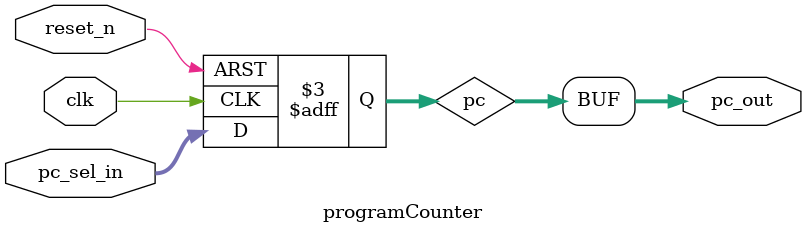
<source format=v>
module programCounter #(
    parameter integer LENGTH = 16
)(
    input  clk,
    input  reset_n,
    input  [LENGTH-1:0] pc_sel_in,
    output [LENGTH-1:0] pc_out
);

reg [LENGTH-1:0] pc;

assign pc_out = pc;

always @(posedge clk or negedge reset_n) begin
    if(!reset_n) begin
        pc <= {LENGTH{1'b0}};
    end else begin
        pc <= pc_sel_in;
    end
end

endmodule

</source>
